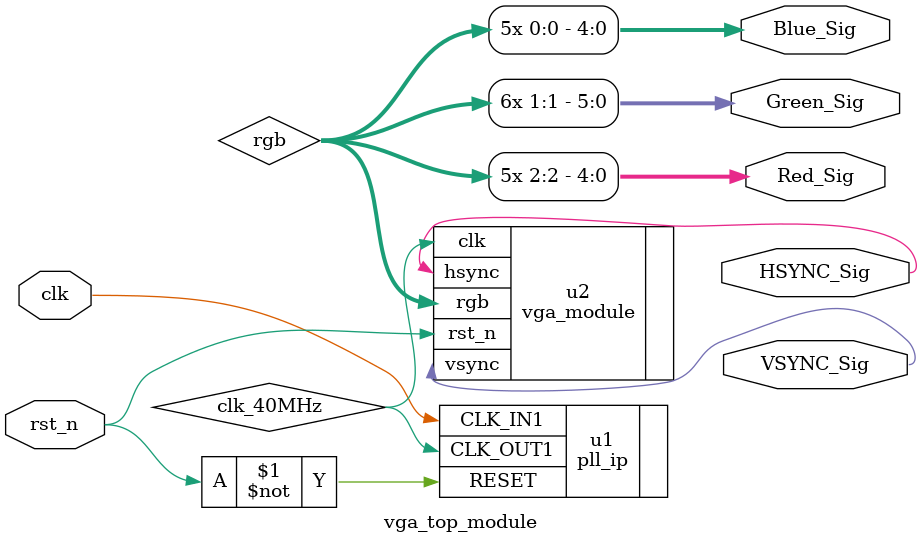
<source format=v>


module vga_top_module
(
    input clk,
    input rst_n,
    output VSYNC_Sig,
    output HSYNC_Sig,
    output [4:0] Red_Sig,
    output [5:0] Green_Sig,
    output [4:0] Blue_Sig
);
    
    wire clk_40MHz;
    
    
    pll_ip u1
    (
        .CLK_IN1(clk),
        .CLK_OUT1(clk_40MHz),
        .RESET(~rst_n)
    );
    
    
    wire [2:0] rgb;
    
    vga_module u2
    (
        .clk(clk_40MHz),
        .rst_n(rst_n),
        .hsync(HSYNC_Sig),
        .vsync(VSYNC_Sig),
        .rgb(rgb)
    );
    
    assign Red_Sig   = {5{rgb[2]}};
    assign Green_Sig = {6{rgb[1]}};
    assign Blue_Sig  = {5{rgb[0]}};
    
    
    
endmodule



</source>
